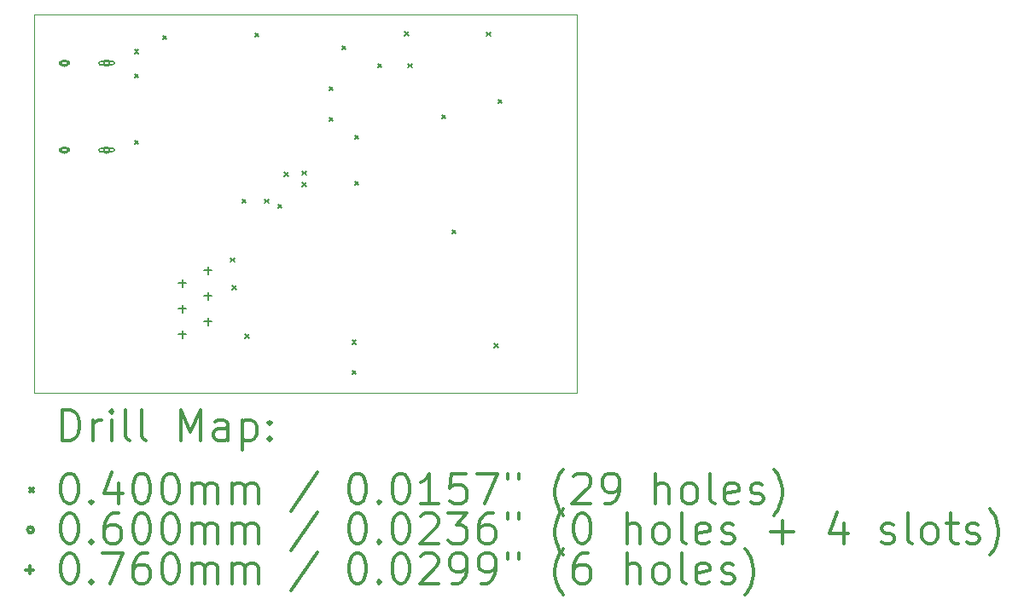
<source format=gbr>
%FSLAX45Y45*%
G04 Gerber Fmt 4.5, Leading zero omitted, Abs format (unit mm)*
G04 Created by KiCad (PCBNEW 5.1.10-88a1d61d58~90~ubuntu20.04.1) date 2021-11-06 01:14:22*
%MOMM*%
%LPD*%
G01*
G04 APERTURE LIST*
%TA.AperFunction,Profile*%
%ADD10C,0.100000*%
%TD*%
%ADD11C,0.200000*%
%ADD12C,0.300000*%
G04 APERTURE END LIST*
D10*
X10769600Y-6248400D02*
X10769600Y-6299200D01*
X16154400Y-6299200D02*
X16154400Y-6248400D01*
X16103600Y-6299200D02*
X16154400Y-6299200D01*
X16154400Y-2540000D02*
X16103600Y-2540000D01*
X10769600Y-2540000D02*
X10769600Y-6248400D01*
X16103600Y-2540000D02*
X10769600Y-2540000D01*
X16154400Y-6248400D02*
X16154400Y-2540000D01*
X10769600Y-6299200D02*
X16103600Y-6299200D01*
D11*
X11765600Y-2888300D02*
X11805600Y-2928300D01*
X11805600Y-2888300D02*
X11765600Y-2928300D01*
X11765600Y-3129600D02*
X11805600Y-3169600D01*
X11805600Y-3129600D02*
X11765600Y-3169600D01*
X11765600Y-3790000D02*
X11805600Y-3830000D01*
X11805600Y-3790000D02*
X11765600Y-3830000D01*
X12045000Y-2748600D02*
X12085000Y-2788600D01*
X12085000Y-2748600D02*
X12045000Y-2788600D01*
X12718100Y-4958400D02*
X12758100Y-4998400D01*
X12758100Y-4958400D02*
X12718100Y-4998400D01*
X12737150Y-5231450D02*
X12777150Y-5271450D01*
X12777150Y-5231450D02*
X12737150Y-5271450D01*
X12832400Y-4374200D02*
X12872400Y-4414200D01*
X12872400Y-4374200D02*
X12832400Y-4414200D01*
X12864150Y-5714050D02*
X12904150Y-5754050D01*
X12904150Y-5714050D02*
X12864150Y-5754050D01*
X12959400Y-2723200D02*
X12999400Y-2763200D01*
X12999400Y-2723200D02*
X12959400Y-2763200D01*
X13054650Y-4374200D02*
X13094650Y-4414200D01*
X13094650Y-4374200D02*
X13054650Y-4414200D01*
X13188000Y-4425000D02*
X13228000Y-4465000D01*
X13228000Y-4425000D02*
X13188000Y-4465000D01*
X13251500Y-4107500D02*
X13291500Y-4147500D01*
X13291500Y-4107500D02*
X13251500Y-4147500D01*
X13429300Y-4094800D02*
X13469300Y-4134800D01*
X13469300Y-4094800D02*
X13429300Y-4134800D01*
X13429300Y-4209100D02*
X13469300Y-4249100D01*
X13469300Y-4209100D02*
X13429300Y-4249100D01*
X13696000Y-3256600D02*
X13736000Y-3296600D01*
X13736000Y-3256600D02*
X13696000Y-3296600D01*
X13696000Y-3561400D02*
X13736000Y-3601400D01*
X13736000Y-3561400D02*
X13696000Y-3601400D01*
X13823000Y-2850200D02*
X13863000Y-2890200D01*
X13863000Y-2850200D02*
X13823000Y-2890200D01*
X13924600Y-5774900D02*
X13964600Y-5814900D01*
X13964600Y-5774900D02*
X13924600Y-5814900D01*
X13924600Y-6076000D02*
X13964600Y-6116000D01*
X13964600Y-6076000D02*
X13924600Y-6116000D01*
X13950000Y-3739200D02*
X13990000Y-3779200D01*
X13990000Y-3739200D02*
X13950000Y-3779200D01*
X13950000Y-4196400D02*
X13990000Y-4236400D01*
X13990000Y-4196400D02*
X13950000Y-4236400D01*
X14178600Y-3028000D02*
X14218600Y-3068000D01*
X14218600Y-3028000D02*
X14178600Y-3068000D01*
X14445300Y-2710500D02*
X14485300Y-2750500D01*
X14485300Y-2710500D02*
X14445300Y-2750500D01*
X14479700Y-3028000D02*
X14519700Y-3068000D01*
X14519700Y-3028000D02*
X14479700Y-3068000D01*
X14813600Y-3536000D02*
X14853600Y-3576000D01*
X14853600Y-3536000D02*
X14813600Y-3576000D01*
X14915200Y-4679000D02*
X14955200Y-4719000D01*
X14955200Y-4679000D02*
X14915200Y-4719000D01*
X15261700Y-2714100D02*
X15301700Y-2754100D01*
X15301700Y-2714100D02*
X15261700Y-2754100D01*
X15334300Y-5809300D02*
X15374300Y-5849300D01*
X15374300Y-5809300D02*
X15334300Y-5849300D01*
X15372400Y-3383600D02*
X15412400Y-3423600D01*
X15412400Y-3383600D02*
X15372400Y-3423600D01*
X11101000Y-3022400D02*
G75*
G03*
X11101000Y-3022400I-30000J0D01*
G01*
X11101000Y-3002400D02*
X11041000Y-3002400D01*
X11101000Y-3042400D02*
X11041000Y-3042400D01*
X11041000Y-3002400D02*
G75*
G03*
X11041000Y-3042400I0J-20000D01*
G01*
X11101000Y-3042400D02*
G75*
G03*
X11101000Y-3002400I0J20000D01*
G01*
X11101000Y-3886400D02*
G75*
G03*
X11101000Y-3886400I-30000J0D01*
G01*
X11101000Y-3866400D02*
X11041000Y-3866400D01*
X11101000Y-3906400D02*
X11041000Y-3906400D01*
X11041000Y-3866400D02*
G75*
G03*
X11041000Y-3906400I0J-20000D01*
G01*
X11101000Y-3906400D02*
G75*
G03*
X11101000Y-3866400I0J20000D01*
G01*
X11519000Y-3022400D02*
G75*
G03*
X11519000Y-3022400I-30000J0D01*
G01*
X11544000Y-3002400D02*
X11434000Y-3002400D01*
X11544000Y-3042400D02*
X11434000Y-3042400D01*
X11434000Y-3002400D02*
G75*
G03*
X11434000Y-3042400I0J-20000D01*
G01*
X11544000Y-3042400D02*
G75*
G03*
X11544000Y-3002400I0J20000D01*
G01*
X11519000Y-3886400D02*
G75*
G03*
X11519000Y-3886400I-30000J0D01*
G01*
X11544000Y-3866400D02*
X11434000Y-3866400D01*
X11544000Y-3906400D02*
X11434000Y-3906400D01*
X11434000Y-3866400D02*
G75*
G03*
X11434000Y-3906400I0J-20000D01*
G01*
X11544000Y-3906400D02*
G75*
G03*
X11544000Y-3866400I0J20000D01*
G01*
X12242800Y-5169000D02*
X12242800Y-5245000D01*
X12204800Y-5207000D02*
X12280800Y-5207000D01*
X12242800Y-5423000D02*
X12242800Y-5499000D01*
X12204800Y-5461000D02*
X12280800Y-5461000D01*
X12242800Y-5677000D02*
X12242800Y-5753000D01*
X12204800Y-5715000D02*
X12280800Y-5715000D01*
X12496800Y-5042000D02*
X12496800Y-5118000D01*
X12458800Y-5080000D02*
X12534800Y-5080000D01*
X12496800Y-5296000D02*
X12496800Y-5372000D01*
X12458800Y-5334000D02*
X12534800Y-5334000D01*
X12496800Y-5550000D02*
X12496800Y-5626000D01*
X12458800Y-5588000D02*
X12534800Y-5588000D01*
D12*
X11051028Y-6769914D02*
X11051028Y-6469914D01*
X11122457Y-6469914D01*
X11165314Y-6484200D01*
X11193886Y-6512771D01*
X11208171Y-6541343D01*
X11222457Y-6598486D01*
X11222457Y-6641343D01*
X11208171Y-6698486D01*
X11193886Y-6727057D01*
X11165314Y-6755629D01*
X11122457Y-6769914D01*
X11051028Y-6769914D01*
X11351028Y-6769914D02*
X11351028Y-6569914D01*
X11351028Y-6627057D02*
X11365314Y-6598486D01*
X11379600Y-6584200D01*
X11408171Y-6569914D01*
X11436743Y-6569914D01*
X11536743Y-6769914D02*
X11536743Y-6569914D01*
X11536743Y-6469914D02*
X11522457Y-6484200D01*
X11536743Y-6498486D01*
X11551028Y-6484200D01*
X11536743Y-6469914D01*
X11536743Y-6498486D01*
X11722457Y-6769914D02*
X11693886Y-6755629D01*
X11679600Y-6727057D01*
X11679600Y-6469914D01*
X11879600Y-6769914D02*
X11851028Y-6755629D01*
X11836743Y-6727057D01*
X11836743Y-6469914D01*
X12222457Y-6769914D02*
X12222457Y-6469914D01*
X12322457Y-6684200D01*
X12422457Y-6469914D01*
X12422457Y-6769914D01*
X12693886Y-6769914D02*
X12693886Y-6612771D01*
X12679600Y-6584200D01*
X12651028Y-6569914D01*
X12593886Y-6569914D01*
X12565314Y-6584200D01*
X12693886Y-6755629D02*
X12665314Y-6769914D01*
X12593886Y-6769914D01*
X12565314Y-6755629D01*
X12551028Y-6727057D01*
X12551028Y-6698486D01*
X12565314Y-6669914D01*
X12593886Y-6655629D01*
X12665314Y-6655629D01*
X12693886Y-6641343D01*
X12836743Y-6569914D02*
X12836743Y-6869914D01*
X12836743Y-6584200D02*
X12865314Y-6569914D01*
X12922457Y-6569914D01*
X12951028Y-6584200D01*
X12965314Y-6598486D01*
X12979600Y-6627057D01*
X12979600Y-6712771D01*
X12965314Y-6741343D01*
X12951028Y-6755629D01*
X12922457Y-6769914D01*
X12865314Y-6769914D01*
X12836743Y-6755629D01*
X13108171Y-6741343D02*
X13122457Y-6755629D01*
X13108171Y-6769914D01*
X13093886Y-6755629D01*
X13108171Y-6741343D01*
X13108171Y-6769914D01*
X13108171Y-6584200D02*
X13122457Y-6598486D01*
X13108171Y-6612771D01*
X13093886Y-6598486D01*
X13108171Y-6584200D01*
X13108171Y-6612771D01*
X10724600Y-7244200D02*
X10764600Y-7284200D01*
X10764600Y-7244200D02*
X10724600Y-7284200D01*
X11108171Y-7099914D02*
X11136743Y-7099914D01*
X11165314Y-7114200D01*
X11179600Y-7128486D01*
X11193886Y-7157057D01*
X11208171Y-7214200D01*
X11208171Y-7285629D01*
X11193886Y-7342771D01*
X11179600Y-7371343D01*
X11165314Y-7385629D01*
X11136743Y-7399914D01*
X11108171Y-7399914D01*
X11079600Y-7385629D01*
X11065314Y-7371343D01*
X11051028Y-7342771D01*
X11036743Y-7285629D01*
X11036743Y-7214200D01*
X11051028Y-7157057D01*
X11065314Y-7128486D01*
X11079600Y-7114200D01*
X11108171Y-7099914D01*
X11336743Y-7371343D02*
X11351028Y-7385629D01*
X11336743Y-7399914D01*
X11322457Y-7385629D01*
X11336743Y-7371343D01*
X11336743Y-7399914D01*
X11608171Y-7199914D02*
X11608171Y-7399914D01*
X11536743Y-7085629D02*
X11465314Y-7299914D01*
X11651028Y-7299914D01*
X11822457Y-7099914D02*
X11851028Y-7099914D01*
X11879600Y-7114200D01*
X11893886Y-7128486D01*
X11908171Y-7157057D01*
X11922457Y-7214200D01*
X11922457Y-7285629D01*
X11908171Y-7342771D01*
X11893886Y-7371343D01*
X11879600Y-7385629D01*
X11851028Y-7399914D01*
X11822457Y-7399914D01*
X11793886Y-7385629D01*
X11779600Y-7371343D01*
X11765314Y-7342771D01*
X11751028Y-7285629D01*
X11751028Y-7214200D01*
X11765314Y-7157057D01*
X11779600Y-7128486D01*
X11793886Y-7114200D01*
X11822457Y-7099914D01*
X12108171Y-7099914D02*
X12136743Y-7099914D01*
X12165314Y-7114200D01*
X12179600Y-7128486D01*
X12193886Y-7157057D01*
X12208171Y-7214200D01*
X12208171Y-7285629D01*
X12193886Y-7342771D01*
X12179600Y-7371343D01*
X12165314Y-7385629D01*
X12136743Y-7399914D01*
X12108171Y-7399914D01*
X12079600Y-7385629D01*
X12065314Y-7371343D01*
X12051028Y-7342771D01*
X12036743Y-7285629D01*
X12036743Y-7214200D01*
X12051028Y-7157057D01*
X12065314Y-7128486D01*
X12079600Y-7114200D01*
X12108171Y-7099914D01*
X12336743Y-7399914D02*
X12336743Y-7199914D01*
X12336743Y-7228486D02*
X12351028Y-7214200D01*
X12379600Y-7199914D01*
X12422457Y-7199914D01*
X12451028Y-7214200D01*
X12465314Y-7242771D01*
X12465314Y-7399914D01*
X12465314Y-7242771D02*
X12479600Y-7214200D01*
X12508171Y-7199914D01*
X12551028Y-7199914D01*
X12579600Y-7214200D01*
X12593886Y-7242771D01*
X12593886Y-7399914D01*
X12736743Y-7399914D02*
X12736743Y-7199914D01*
X12736743Y-7228486D02*
X12751028Y-7214200D01*
X12779600Y-7199914D01*
X12822457Y-7199914D01*
X12851028Y-7214200D01*
X12865314Y-7242771D01*
X12865314Y-7399914D01*
X12865314Y-7242771D02*
X12879600Y-7214200D01*
X12908171Y-7199914D01*
X12951028Y-7199914D01*
X12979600Y-7214200D01*
X12993886Y-7242771D01*
X12993886Y-7399914D01*
X13579600Y-7085629D02*
X13322457Y-7471343D01*
X13965314Y-7099914D02*
X13993886Y-7099914D01*
X14022457Y-7114200D01*
X14036743Y-7128486D01*
X14051028Y-7157057D01*
X14065314Y-7214200D01*
X14065314Y-7285629D01*
X14051028Y-7342771D01*
X14036743Y-7371343D01*
X14022457Y-7385629D01*
X13993886Y-7399914D01*
X13965314Y-7399914D01*
X13936743Y-7385629D01*
X13922457Y-7371343D01*
X13908171Y-7342771D01*
X13893886Y-7285629D01*
X13893886Y-7214200D01*
X13908171Y-7157057D01*
X13922457Y-7128486D01*
X13936743Y-7114200D01*
X13965314Y-7099914D01*
X14193886Y-7371343D02*
X14208171Y-7385629D01*
X14193886Y-7399914D01*
X14179600Y-7385629D01*
X14193886Y-7371343D01*
X14193886Y-7399914D01*
X14393886Y-7099914D02*
X14422457Y-7099914D01*
X14451028Y-7114200D01*
X14465314Y-7128486D01*
X14479600Y-7157057D01*
X14493886Y-7214200D01*
X14493886Y-7285629D01*
X14479600Y-7342771D01*
X14465314Y-7371343D01*
X14451028Y-7385629D01*
X14422457Y-7399914D01*
X14393886Y-7399914D01*
X14365314Y-7385629D01*
X14351028Y-7371343D01*
X14336743Y-7342771D01*
X14322457Y-7285629D01*
X14322457Y-7214200D01*
X14336743Y-7157057D01*
X14351028Y-7128486D01*
X14365314Y-7114200D01*
X14393886Y-7099914D01*
X14779600Y-7399914D02*
X14608171Y-7399914D01*
X14693886Y-7399914D02*
X14693886Y-7099914D01*
X14665314Y-7142771D01*
X14636743Y-7171343D01*
X14608171Y-7185629D01*
X15051028Y-7099914D02*
X14908171Y-7099914D01*
X14893886Y-7242771D01*
X14908171Y-7228486D01*
X14936743Y-7214200D01*
X15008171Y-7214200D01*
X15036743Y-7228486D01*
X15051028Y-7242771D01*
X15065314Y-7271343D01*
X15065314Y-7342771D01*
X15051028Y-7371343D01*
X15036743Y-7385629D01*
X15008171Y-7399914D01*
X14936743Y-7399914D01*
X14908171Y-7385629D01*
X14893886Y-7371343D01*
X15165314Y-7099914D02*
X15365314Y-7099914D01*
X15236743Y-7399914D01*
X15465314Y-7099914D02*
X15465314Y-7157057D01*
X15579600Y-7099914D02*
X15579600Y-7157057D01*
X16022457Y-7514200D02*
X16008171Y-7499914D01*
X15979600Y-7457057D01*
X15965314Y-7428486D01*
X15951028Y-7385629D01*
X15936743Y-7314200D01*
X15936743Y-7257057D01*
X15951028Y-7185629D01*
X15965314Y-7142771D01*
X15979600Y-7114200D01*
X16008171Y-7071343D01*
X16022457Y-7057057D01*
X16122457Y-7128486D02*
X16136743Y-7114200D01*
X16165314Y-7099914D01*
X16236743Y-7099914D01*
X16265314Y-7114200D01*
X16279600Y-7128486D01*
X16293886Y-7157057D01*
X16293886Y-7185629D01*
X16279600Y-7228486D01*
X16108171Y-7399914D01*
X16293886Y-7399914D01*
X16436743Y-7399914D02*
X16493886Y-7399914D01*
X16522457Y-7385629D01*
X16536743Y-7371343D01*
X16565314Y-7328486D01*
X16579600Y-7271343D01*
X16579600Y-7157057D01*
X16565314Y-7128486D01*
X16551028Y-7114200D01*
X16522457Y-7099914D01*
X16465314Y-7099914D01*
X16436743Y-7114200D01*
X16422457Y-7128486D01*
X16408171Y-7157057D01*
X16408171Y-7228486D01*
X16422457Y-7257057D01*
X16436743Y-7271343D01*
X16465314Y-7285629D01*
X16522457Y-7285629D01*
X16551028Y-7271343D01*
X16565314Y-7257057D01*
X16579600Y-7228486D01*
X16936743Y-7399914D02*
X16936743Y-7099914D01*
X17065314Y-7399914D02*
X17065314Y-7242771D01*
X17051028Y-7214200D01*
X17022457Y-7199914D01*
X16979600Y-7199914D01*
X16951028Y-7214200D01*
X16936743Y-7228486D01*
X17251028Y-7399914D02*
X17222457Y-7385629D01*
X17208171Y-7371343D01*
X17193886Y-7342771D01*
X17193886Y-7257057D01*
X17208171Y-7228486D01*
X17222457Y-7214200D01*
X17251028Y-7199914D01*
X17293886Y-7199914D01*
X17322457Y-7214200D01*
X17336743Y-7228486D01*
X17351028Y-7257057D01*
X17351028Y-7342771D01*
X17336743Y-7371343D01*
X17322457Y-7385629D01*
X17293886Y-7399914D01*
X17251028Y-7399914D01*
X17522457Y-7399914D02*
X17493886Y-7385629D01*
X17479600Y-7357057D01*
X17479600Y-7099914D01*
X17751028Y-7385629D02*
X17722457Y-7399914D01*
X17665314Y-7399914D01*
X17636743Y-7385629D01*
X17622457Y-7357057D01*
X17622457Y-7242771D01*
X17636743Y-7214200D01*
X17665314Y-7199914D01*
X17722457Y-7199914D01*
X17751028Y-7214200D01*
X17765314Y-7242771D01*
X17765314Y-7271343D01*
X17622457Y-7299914D01*
X17879600Y-7385629D02*
X17908171Y-7399914D01*
X17965314Y-7399914D01*
X17993886Y-7385629D01*
X18008171Y-7357057D01*
X18008171Y-7342771D01*
X17993886Y-7314200D01*
X17965314Y-7299914D01*
X17922457Y-7299914D01*
X17893886Y-7285629D01*
X17879600Y-7257057D01*
X17879600Y-7242771D01*
X17893886Y-7214200D01*
X17922457Y-7199914D01*
X17965314Y-7199914D01*
X17993886Y-7214200D01*
X18108171Y-7514200D02*
X18122457Y-7499914D01*
X18151028Y-7457057D01*
X18165314Y-7428486D01*
X18179600Y-7385629D01*
X18193886Y-7314200D01*
X18193886Y-7257057D01*
X18179600Y-7185629D01*
X18165314Y-7142771D01*
X18151028Y-7114200D01*
X18122457Y-7071343D01*
X18108171Y-7057057D01*
X10764600Y-7660200D02*
G75*
G03*
X10764600Y-7660200I-30000J0D01*
G01*
X11108171Y-7495914D02*
X11136743Y-7495914D01*
X11165314Y-7510200D01*
X11179600Y-7524486D01*
X11193886Y-7553057D01*
X11208171Y-7610200D01*
X11208171Y-7681629D01*
X11193886Y-7738771D01*
X11179600Y-7767343D01*
X11165314Y-7781629D01*
X11136743Y-7795914D01*
X11108171Y-7795914D01*
X11079600Y-7781629D01*
X11065314Y-7767343D01*
X11051028Y-7738771D01*
X11036743Y-7681629D01*
X11036743Y-7610200D01*
X11051028Y-7553057D01*
X11065314Y-7524486D01*
X11079600Y-7510200D01*
X11108171Y-7495914D01*
X11336743Y-7767343D02*
X11351028Y-7781629D01*
X11336743Y-7795914D01*
X11322457Y-7781629D01*
X11336743Y-7767343D01*
X11336743Y-7795914D01*
X11608171Y-7495914D02*
X11551028Y-7495914D01*
X11522457Y-7510200D01*
X11508171Y-7524486D01*
X11479600Y-7567343D01*
X11465314Y-7624486D01*
X11465314Y-7738771D01*
X11479600Y-7767343D01*
X11493886Y-7781629D01*
X11522457Y-7795914D01*
X11579600Y-7795914D01*
X11608171Y-7781629D01*
X11622457Y-7767343D01*
X11636743Y-7738771D01*
X11636743Y-7667343D01*
X11622457Y-7638771D01*
X11608171Y-7624486D01*
X11579600Y-7610200D01*
X11522457Y-7610200D01*
X11493886Y-7624486D01*
X11479600Y-7638771D01*
X11465314Y-7667343D01*
X11822457Y-7495914D02*
X11851028Y-7495914D01*
X11879600Y-7510200D01*
X11893886Y-7524486D01*
X11908171Y-7553057D01*
X11922457Y-7610200D01*
X11922457Y-7681629D01*
X11908171Y-7738771D01*
X11893886Y-7767343D01*
X11879600Y-7781629D01*
X11851028Y-7795914D01*
X11822457Y-7795914D01*
X11793886Y-7781629D01*
X11779600Y-7767343D01*
X11765314Y-7738771D01*
X11751028Y-7681629D01*
X11751028Y-7610200D01*
X11765314Y-7553057D01*
X11779600Y-7524486D01*
X11793886Y-7510200D01*
X11822457Y-7495914D01*
X12108171Y-7495914D02*
X12136743Y-7495914D01*
X12165314Y-7510200D01*
X12179600Y-7524486D01*
X12193886Y-7553057D01*
X12208171Y-7610200D01*
X12208171Y-7681629D01*
X12193886Y-7738771D01*
X12179600Y-7767343D01*
X12165314Y-7781629D01*
X12136743Y-7795914D01*
X12108171Y-7795914D01*
X12079600Y-7781629D01*
X12065314Y-7767343D01*
X12051028Y-7738771D01*
X12036743Y-7681629D01*
X12036743Y-7610200D01*
X12051028Y-7553057D01*
X12065314Y-7524486D01*
X12079600Y-7510200D01*
X12108171Y-7495914D01*
X12336743Y-7795914D02*
X12336743Y-7595914D01*
X12336743Y-7624486D02*
X12351028Y-7610200D01*
X12379600Y-7595914D01*
X12422457Y-7595914D01*
X12451028Y-7610200D01*
X12465314Y-7638771D01*
X12465314Y-7795914D01*
X12465314Y-7638771D02*
X12479600Y-7610200D01*
X12508171Y-7595914D01*
X12551028Y-7595914D01*
X12579600Y-7610200D01*
X12593886Y-7638771D01*
X12593886Y-7795914D01*
X12736743Y-7795914D02*
X12736743Y-7595914D01*
X12736743Y-7624486D02*
X12751028Y-7610200D01*
X12779600Y-7595914D01*
X12822457Y-7595914D01*
X12851028Y-7610200D01*
X12865314Y-7638771D01*
X12865314Y-7795914D01*
X12865314Y-7638771D02*
X12879600Y-7610200D01*
X12908171Y-7595914D01*
X12951028Y-7595914D01*
X12979600Y-7610200D01*
X12993886Y-7638771D01*
X12993886Y-7795914D01*
X13579600Y-7481629D02*
X13322457Y-7867343D01*
X13965314Y-7495914D02*
X13993886Y-7495914D01*
X14022457Y-7510200D01*
X14036743Y-7524486D01*
X14051028Y-7553057D01*
X14065314Y-7610200D01*
X14065314Y-7681629D01*
X14051028Y-7738771D01*
X14036743Y-7767343D01*
X14022457Y-7781629D01*
X13993886Y-7795914D01*
X13965314Y-7795914D01*
X13936743Y-7781629D01*
X13922457Y-7767343D01*
X13908171Y-7738771D01*
X13893886Y-7681629D01*
X13893886Y-7610200D01*
X13908171Y-7553057D01*
X13922457Y-7524486D01*
X13936743Y-7510200D01*
X13965314Y-7495914D01*
X14193886Y-7767343D02*
X14208171Y-7781629D01*
X14193886Y-7795914D01*
X14179600Y-7781629D01*
X14193886Y-7767343D01*
X14193886Y-7795914D01*
X14393886Y-7495914D02*
X14422457Y-7495914D01*
X14451028Y-7510200D01*
X14465314Y-7524486D01*
X14479600Y-7553057D01*
X14493886Y-7610200D01*
X14493886Y-7681629D01*
X14479600Y-7738771D01*
X14465314Y-7767343D01*
X14451028Y-7781629D01*
X14422457Y-7795914D01*
X14393886Y-7795914D01*
X14365314Y-7781629D01*
X14351028Y-7767343D01*
X14336743Y-7738771D01*
X14322457Y-7681629D01*
X14322457Y-7610200D01*
X14336743Y-7553057D01*
X14351028Y-7524486D01*
X14365314Y-7510200D01*
X14393886Y-7495914D01*
X14608171Y-7524486D02*
X14622457Y-7510200D01*
X14651028Y-7495914D01*
X14722457Y-7495914D01*
X14751028Y-7510200D01*
X14765314Y-7524486D01*
X14779600Y-7553057D01*
X14779600Y-7581629D01*
X14765314Y-7624486D01*
X14593886Y-7795914D01*
X14779600Y-7795914D01*
X14879600Y-7495914D02*
X15065314Y-7495914D01*
X14965314Y-7610200D01*
X15008171Y-7610200D01*
X15036743Y-7624486D01*
X15051028Y-7638771D01*
X15065314Y-7667343D01*
X15065314Y-7738771D01*
X15051028Y-7767343D01*
X15036743Y-7781629D01*
X15008171Y-7795914D01*
X14922457Y-7795914D01*
X14893886Y-7781629D01*
X14879600Y-7767343D01*
X15322457Y-7495914D02*
X15265314Y-7495914D01*
X15236743Y-7510200D01*
X15222457Y-7524486D01*
X15193886Y-7567343D01*
X15179600Y-7624486D01*
X15179600Y-7738771D01*
X15193886Y-7767343D01*
X15208171Y-7781629D01*
X15236743Y-7795914D01*
X15293886Y-7795914D01*
X15322457Y-7781629D01*
X15336743Y-7767343D01*
X15351028Y-7738771D01*
X15351028Y-7667343D01*
X15336743Y-7638771D01*
X15322457Y-7624486D01*
X15293886Y-7610200D01*
X15236743Y-7610200D01*
X15208171Y-7624486D01*
X15193886Y-7638771D01*
X15179600Y-7667343D01*
X15465314Y-7495914D02*
X15465314Y-7553057D01*
X15579600Y-7495914D02*
X15579600Y-7553057D01*
X16022457Y-7910200D02*
X16008171Y-7895914D01*
X15979600Y-7853057D01*
X15965314Y-7824486D01*
X15951028Y-7781629D01*
X15936743Y-7710200D01*
X15936743Y-7653057D01*
X15951028Y-7581629D01*
X15965314Y-7538771D01*
X15979600Y-7510200D01*
X16008171Y-7467343D01*
X16022457Y-7453057D01*
X16193886Y-7495914D02*
X16222457Y-7495914D01*
X16251028Y-7510200D01*
X16265314Y-7524486D01*
X16279600Y-7553057D01*
X16293886Y-7610200D01*
X16293886Y-7681629D01*
X16279600Y-7738771D01*
X16265314Y-7767343D01*
X16251028Y-7781629D01*
X16222457Y-7795914D01*
X16193886Y-7795914D01*
X16165314Y-7781629D01*
X16151028Y-7767343D01*
X16136743Y-7738771D01*
X16122457Y-7681629D01*
X16122457Y-7610200D01*
X16136743Y-7553057D01*
X16151028Y-7524486D01*
X16165314Y-7510200D01*
X16193886Y-7495914D01*
X16651028Y-7795914D02*
X16651028Y-7495914D01*
X16779600Y-7795914D02*
X16779600Y-7638771D01*
X16765314Y-7610200D01*
X16736743Y-7595914D01*
X16693886Y-7595914D01*
X16665314Y-7610200D01*
X16651028Y-7624486D01*
X16965314Y-7795914D02*
X16936743Y-7781629D01*
X16922457Y-7767343D01*
X16908171Y-7738771D01*
X16908171Y-7653057D01*
X16922457Y-7624486D01*
X16936743Y-7610200D01*
X16965314Y-7595914D01*
X17008171Y-7595914D01*
X17036743Y-7610200D01*
X17051028Y-7624486D01*
X17065314Y-7653057D01*
X17065314Y-7738771D01*
X17051028Y-7767343D01*
X17036743Y-7781629D01*
X17008171Y-7795914D01*
X16965314Y-7795914D01*
X17236743Y-7795914D02*
X17208171Y-7781629D01*
X17193886Y-7753057D01*
X17193886Y-7495914D01*
X17465314Y-7781629D02*
X17436743Y-7795914D01*
X17379600Y-7795914D01*
X17351028Y-7781629D01*
X17336743Y-7753057D01*
X17336743Y-7638771D01*
X17351028Y-7610200D01*
X17379600Y-7595914D01*
X17436743Y-7595914D01*
X17465314Y-7610200D01*
X17479600Y-7638771D01*
X17479600Y-7667343D01*
X17336743Y-7695914D01*
X17593886Y-7781629D02*
X17622457Y-7795914D01*
X17679600Y-7795914D01*
X17708171Y-7781629D01*
X17722457Y-7753057D01*
X17722457Y-7738771D01*
X17708171Y-7710200D01*
X17679600Y-7695914D01*
X17636743Y-7695914D01*
X17608171Y-7681629D01*
X17593886Y-7653057D01*
X17593886Y-7638771D01*
X17608171Y-7610200D01*
X17636743Y-7595914D01*
X17679600Y-7595914D01*
X17708171Y-7610200D01*
X18079600Y-7681629D02*
X18308171Y-7681629D01*
X18193886Y-7795914D02*
X18193886Y-7567343D01*
X18808171Y-7595914D02*
X18808171Y-7795914D01*
X18736743Y-7481629D02*
X18665314Y-7695914D01*
X18851028Y-7695914D01*
X19179600Y-7781629D02*
X19208171Y-7795914D01*
X19265314Y-7795914D01*
X19293886Y-7781629D01*
X19308171Y-7753057D01*
X19308171Y-7738771D01*
X19293886Y-7710200D01*
X19265314Y-7695914D01*
X19222457Y-7695914D01*
X19193886Y-7681629D01*
X19179600Y-7653057D01*
X19179600Y-7638771D01*
X19193886Y-7610200D01*
X19222457Y-7595914D01*
X19265314Y-7595914D01*
X19293886Y-7610200D01*
X19479600Y-7795914D02*
X19451028Y-7781629D01*
X19436743Y-7753057D01*
X19436743Y-7495914D01*
X19636743Y-7795914D02*
X19608171Y-7781629D01*
X19593886Y-7767343D01*
X19579600Y-7738771D01*
X19579600Y-7653057D01*
X19593886Y-7624486D01*
X19608171Y-7610200D01*
X19636743Y-7595914D01*
X19679600Y-7595914D01*
X19708171Y-7610200D01*
X19722457Y-7624486D01*
X19736743Y-7653057D01*
X19736743Y-7738771D01*
X19722457Y-7767343D01*
X19708171Y-7781629D01*
X19679600Y-7795914D01*
X19636743Y-7795914D01*
X19822457Y-7595914D02*
X19936743Y-7595914D01*
X19865314Y-7495914D02*
X19865314Y-7753057D01*
X19879600Y-7781629D01*
X19908171Y-7795914D01*
X19936743Y-7795914D01*
X20022457Y-7781629D02*
X20051028Y-7795914D01*
X20108171Y-7795914D01*
X20136743Y-7781629D01*
X20151028Y-7753057D01*
X20151028Y-7738771D01*
X20136743Y-7710200D01*
X20108171Y-7695914D01*
X20065314Y-7695914D01*
X20036743Y-7681629D01*
X20022457Y-7653057D01*
X20022457Y-7638771D01*
X20036743Y-7610200D01*
X20065314Y-7595914D01*
X20108171Y-7595914D01*
X20136743Y-7610200D01*
X20251028Y-7910200D02*
X20265314Y-7895914D01*
X20293886Y-7853057D01*
X20308171Y-7824486D01*
X20322457Y-7781629D01*
X20336743Y-7710200D01*
X20336743Y-7653057D01*
X20322457Y-7581629D01*
X20308171Y-7538771D01*
X20293886Y-7510200D01*
X20265314Y-7467343D01*
X20251028Y-7453057D01*
X10726600Y-8018200D02*
X10726600Y-8094200D01*
X10688600Y-8056200D02*
X10764600Y-8056200D01*
X11108171Y-7891914D02*
X11136743Y-7891914D01*
X11165314Y-7906200D01*
X11179600Y-7920486D01*
X11193886Y-7949057D01*
X11208171Y-8006200D01*
X11208171Y-8077629D01*
X11193886Y-8134771D01*
X11179600Y-8163343D01*
X11165314Y-8177629D01*
X11136743Y-8191914D01*
X11108171Y-8191914D01*
X11079600Y-8177629D01*
X11065314Y-8163343D01*
X11051028Y-8134771D01*
X11036743Y-8077629D01*
X11036743Y-8006200D01*
X11051028Y-7949057D01*
X11065314Y-7920486D01*
X11079600Y-7906200D01*
X11108171Y-7891914D01*
X11336743Y-8163343D02*
X11351028Y-8177629D01*
X11336743Y-8191914D01*
X11322457Y-8177629D01*
X11336743Y-8163343D01*
X11336743Y-8191914D01*
X11451028Y-7891914D02*
X11651028Y-7891914D01*
X11522457Y-8191914D01*
X11893886Y-7891914D02*
X11836743Y-7891914D01*
X11808171Y-7906200D01*
X11793886Y-7920486D01*
X11765314Y-7963343D01*
X11751028Y-8020486D01*
X11751028Y-8134771D01*
X11765314Y-8163343D01*
X11779600Y-8177629D01*
X11808171Y-8191914D01*
X11865314Y-8191914D01*
X11893886Y-8177629D01*
X11908171Y-8163343D01*
X11922457Y-8134771D01*
X11922457Y-8063343D01*
X11908171Y-8034771D01*
X11893886Y-8020486D01*
X11865314Y-8006200D01*
X11808171Y-8006200D01*
X11779600Y-8020486D01*
X11765314Y-8034771D01*
X11751028Y-8063343D01*
X12108171Y-7891914D02*
X12136743Y-7891914D01*
X12165314Y-7906200D01*
X12179600Y-7920486D01*
X12193886Y-7949057D01*
X12208171Y-8006200D01*
X12208171Y-8077629D01*
X12193886Y-8134771D01*
X12179600Y-8163343D01*
X12165314Y-8177629D01*
X12136743Y-8191914D01*
X12108171Y-8191914D01*
X12079600Y-8177629D01*
X12065314Y-8163343D01*
X12051028Y-8134771D01*
X12036743Y-8077629D01*
X12036743Y-8006200D01*
X12051028Y-7949057D01*
X12065314Y-7920486D01*
X12079600Y-7906200D01*
X12108171Y-7891914D01*
X12336743Y-8191914D02*
X12336743Y-7991914D01*
X12336743Y-8020486D02*
X12351028Y-8006200D01*
X12379600Y-7991914D01*
X12422457Y-7991914D01*
X12451028Y-8006200D01*
X12465314Y-8034771D01*
X12465314Y-8191914D01*
X12465314Y-8034771D02*
X12479600Y-8006200D01*
X12508171Y-7991914D01*
X12551028Y-7991914D01*
X12579600Y-8006200D01*
X12593886Y-8034771D01*
X12593886Y-8191914D01*
X12736743Y-8191914D02*
X12736743Y-7991914D01*
X12736743Y-8020486D02*
X12751028Y-8006200D01*
X12779600Y-7991914D01*
X12822457Y-7991914D01*
X12851028Y-8006200D01*
X12865314Y-8034771D01*
X12865314Y-8191914D01*
X12865314Y-8034771D02*
X12879600Y-8006200D01*
X12908171Y-7991914D01*
X12951028Y-7991914D01*
X12979600Y-8006200D01*
X12993886Y-8034771D01*
X12993886Y-8191914D01*
X13579600Y-7877629D02*
X13322457Y-8263343D01*
X13965314Y-7891914D02*
X13993886Y-7891914D01*
X14022457Y-7906200D01*
X14036743Y-7920486D01*
X14051028Y-7949057D01*
X14065314Y-8006200D01*
X14065314Y-8077629D01*
X14051028Y-8134771D01*
X14036743Y-8163343D01*
X14022457Y-8177629D01*
X13993886Y-8191914D01*
X13965314Y-8191914D01*
X13936743Y-8177629D01*
X13922457Y-8163343D01*
X13908171Y-8134771D01*
X13893886Y-8077629D01*
X13893886Y-8006200D01*
X13908171Y-7949057D01*
X13922457Y-7920486D01*
X13936743Y-7906200D01*
X13965314Y-7891914D01*
X14193886Y-8163343D02*
X14208171Y-8177629D01*
X14193886Y-8191914D01*
X14179600Y-8177629D01*
X14193886Y-8163343D01*
X14193886Y-8191914D01*
X14393886Y-7891914D02*
X14422457Y-7891914D01*
X14451028Y-7906200D01*
X14465314Y-7920486D01*
X14479600Y-7949057D01*
X14493886Y-8006200D01*
X14493886Y-8077629D01*
X14479600Y-8134771D01*
X14465314Y-8163343D01*
X14451028Y-8177629D01*
X14422457Y-8191914D01*
X14393886Y-8191914D01*
X14365314Y-8177629D01*
X14351028Y-8163343D01*
X14336743Y-8134771D01*
X14322457Y-8077629D01*
X14322457Y-8006200D01*
X14336743Y-7949057D01*
X14351028Y-7920486D01*
X14365314Y-7906200D01*
X14393886Y-7891914D01*
X14608171Y-7920486D02*
X14622457Y-7906200D01*
X14651028Y-7891914D01*
X14722457Y-7891914D01*
X14751028Y-7906200D01*
X14765314Y-7920486D01*
X14779600Y-7949057D01*
X14779600Y-7977629D01*
X14765314Y-8020486D01*
X14593886Y-8191914D01*
X14779600Y-8191914D01*
X14922457Y-8191914D02*
X14979600Y-8191914D01*
X15008171Y-8177629D01*
X15022457Y-8163343D01*
X15051028Y-8120486D01*
X15065314Y-8063343D01*
X15065314Y-7949057D01*
X15051028Y-7920486D01*
X15036743Y-7906200D01*
X15008171Y-7891914D01*
X14951028Y-7891914D01*
X14922457Y-7906200D01*
X14908171Y-7920486D01*
X14893886Y-7949057D01*
X14893886Y-8020486D01*
X14908171Y-8049057D01*
X14922457Y-8063343D01*
X14951028Y-8077629D01*
X15008171Y-8077629D01*
X15036743Y-8063343D01*
X15051028Y-8049057D01*
X15065314Y-8020486D01*
X15208171Y-8191914D02*
X15265314Y-8191914D01*
X15293886Y-8177629D01*
X15308171Y-8163343D01*
X15336743Y-8120486D01*
X15351028Y-8063343D01*
X15351028Y-7949057D01*
X15336743Y-7920486D01*
X15322457Y-7906200D01*
X15293886Y-7891914D01*
X15236743Y-7891914D01*
X15208171Y-7906200D01*
X15193886Y-7920486D01*
X15179600Y-7949057D01*
X15179600Y-8020486D01*
X15193886Y-8049057D01*
X15208171Y-8063343D01*
X15236743Y-8077629D01*
X15293886Y-8077629D01*
X15322457Y-8063343D01*
X15336743Y-8049057D01*
X15351028Y-8020486D01*
X15465314Y-7891914D02*
X15465314Y-7949057D01*
X15579600Y-7891914D02*
X15579600Y-7949057D01*
X16022457Y-8306200D02*
X16008171Y-8291914D01*
X15979600Y-8249057D01*
X15965314Y-8220486D01*
X15951028Y-8177629D01*
X15936743Y-8106200D01*
X15936743Y-8049057D01*
X15951028Y-7977629D01*
X15965314Y-7934771D01*
X15979600Y-7906200D01*
X16008171Y-7863343D01*
X16022457Y-7849057D01*
X16265314Y-7891914D02*
X16208171Y-7891914D01*
X16179600Y-7906200D01*
X16165314Y-7920486D01*
X16136743Y-7963343D01*
X16122457Y-8020486D01*
X16122457Y-8134771D01*
X16136743Y-8163343D01*
X16151028Y-8177629D01*
X16179600Y-8191914D01*
X16236743Y-8191914D01*
X16265314Y-8177629D01*
X16279600Y-8163343D01*
X16293886Y-8134771D01*
X16293886Y-8063343D01*
X16279600Y-8034771D01*
X16265314Y-8020486D01*
X16236743Y-8006200D01*
X16179600Y-8006200D01*
X16151028Y-8020486D01*
X16136743Y-8034771D01*
X16122457Y-8063343D01*
X16651028Y-8191914D02*
X16651028Y-7891914D01*
X16779600Y-8191914D02*
X16779600Y-8034771D01*
X16765314Y-8006200D01*
X16736743Y-7991914D01*
X16693886Y-7991914D01*
X16665314Y-8006200D01*
X16651028Y-8020486D01*
X16965314Y-8191914D02*
X16936743Y-8177629D01*
X16922457Y-8163343D01*
X16908171Y-8134771D01*
X16908171Y-8049057D01*
X16922457Y-8020486D01*
X16936743Y-8006200D01*
X16965314Y-7991914D01*
X17008171Y-7991914D01*
X17036743Y-8006200D01*
X17051028Y-8020486D01*
X17065314Y-8049057D01*
X17065314Y-8134771D01*
X17051028Y-8163343D01*
X17036743Y-8177629D01*
X17008171Y-8191914D01*
X16965314Y-8191914D01*
X17236743Y-8191914D02*
X17208171Y-8177629D01*
X17193886Y-8149057D01*
X17193886Y-7891914D01*
X17465314Y-8177629D02*
X17436743Y-8191914D01*
X17379600Y-8191914D01*
X17351028Y-8177629D01*
X17336743Y-8149057D01*
X17336743Y-8034771D01*
X17351028Y-8006200D01*
X17379600Y-7991914D01*
X17436743Y-7991914D01*
X17465314Y-8006200D01*
X17479600Y-8034771D01*
X17479600Y-8063343D01*
X17336743Y-8091914D01*
X17593886Y-8177629D02*
X17622457Y-8191914D01*
X17679600Y-8191914D01*
X17708171Y-8177629D01*
X17722457Y-8149057D01*
X17722457Y-8134771D01*
X17708171Y-8106200D01*
X17679600Y-8091914D01*
X17636743Y-8091914D01*
X17608171Y-8077629D01*
X17593886Y-8049057D01*
X17593886Y-8034771D01*
X17608171Y-8006200D01*
X17636743Y-7991914D01*
X17679600Y-7991914D01*
X17708171Y-8006200D01*
X17822457Y-8306200D02*
X17836743Y-8291914D01*
X17865314Y-8249057D01*
X17879600Y-8220486D01*
X17893886Y-8177629D01*
X17908171Y-8106200D01*
X17908171Y-8049057D01*
X17893886Y-7977629D01*
X17879600Y-7934771D01*
X17865314Y-7906200D01*
X17836743Y-7863343D01*
X17822457Y-7849057D01*
M02*

</source>
